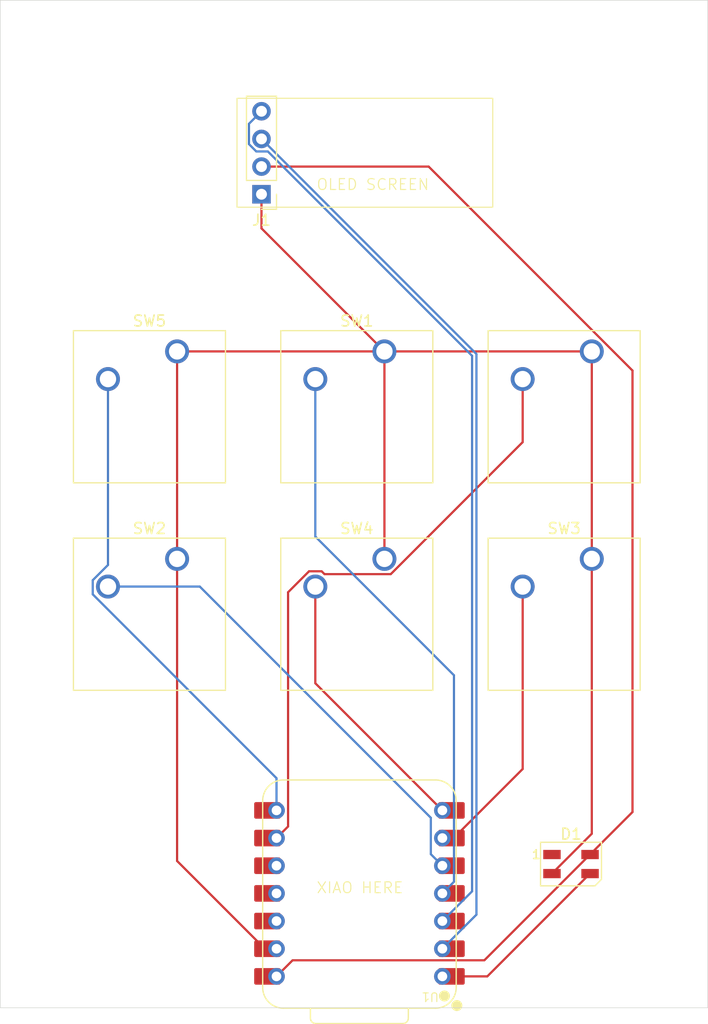
<source format=kicad_pcb>
(kicad_pcb (version 20241229) (generator "pcbnew") (generator_version "9.0")
  (layers (0 "F.Cu" signal) (2 "B.Cu" signal) (13 "F.Paste" user) (15 "B.Paste" user) (5 "F.SilkS" user "F.Silkscreen") (7 "B.SilkS" user "B.Silkscreen") (1 "F.Mask" user) (3 "B.Mask" user) (25 "Edge.Cuts" user))
  (net 0 "")
  (net 1 "GND")
  (net 3 "+5V")
  (net 4 "Net-(D1-DIN)")
  (net 5 "SCL")
  (net 6 "SDA")
  (net 7 "Net-(U1-GPIO29{slash}ADC3{slash}A3)")
  (net 8 "Net-(U1-GPIO6{slash}SDA)")
  (net 9 "Net-(U1-GPIO7{slash}SCL)")
  (net 10 "Net-(U1-GPIO0{slash}TX)")
  (net 11 "Net-(U1-GPIO1{slash}RX)")
  (net 12 "Net-(U1-GPIO2{slash}SCK)")
  (footprint "Button_Switch_Keyboard:SW_Cherry_MX_1.00u_PCB" (layer "F.Cu") (at 128.74625 68.73875)
    (property "Reference" "SW5" (at -2.54 -2.794 0) (layer "F.SilkS"))
    (property "Value" "SW_Push")
    (fp_line (start -9.525 -1.905) (end 4.445 -1.905) (stroke (width 0.12)) (layer "F.SilkS"))
    (fp_line (start -9.525 12.065) (end -9.525 -1.905) (stroke (width 0.12)) (layer "F.SilkS"))
    (fp_line (start 4.445 -1.905) (end 4.445 12.065) (stroke (width 0.12)) (layer "F.SilkS"))
    (fp_line (start 4.445 12.065) (end -9.525 12.065) (stroke (width 0.12)) (layer "F.SilkS"))
    (pad "" np_thru_hole circle (at -7.62 5.08) (size 1.7 1.7) (drill 1.7) (layers "*.Cu" "*.Mask"))
    (pad "" np_thru_hole circle (at -2.54 5.08) (size 4 4) (drill 4) (layers "*.Cu" "*.Mask"))
    (pad "" np_thru_hole circle (at 2.54 5.08) (size 1.7 1.7) (drill 1.7) (layers "*.Cu" "*.Mask"))
    (pad "1" thru_hole circle (at 0 0) (size 2.2 2.2) (drill 1.5) (layers "*.Cu" "*.Mask") (net 1 "GND"))
    (pad "2" thru_hole circle (at -6.35 2.54) (size 2.2 2.2) (drill 1.5) (layers "*.Cu" "*.Mask") (net 11 "Net-(U1-GPIO1{slash}RX)"))
  )
  (footprint "LED_SMD:LED_SK6812MINI_PLCC4_3.5x3.5mm_P1.75mm" (layer "F.Cu") (at 164.9375 115.80625)
    (property "Reference" "D1" (at 0 -2.75 0) (layer "F.SilkS"))
    (property "Value" "SK6812MINI")
    (fp_line (start -2.8 -2) (end -2.8 2) (stroke (width 0.12)) (layer "F.SilkS"))
    (fp_line (start -2.8 -2) (end 2.8 -2) (stroke (width 0.12)) (layer "F.SilkS"))
    (fp_line (start -2.8 2) (end 2.2 2) (stroke (width 0.12)) (layer "F.SilkS"))
    (fp_line (start 2.8 1.4) (end 2.2 2) (stroke (width 0.12)) (layer "F.SilkS"))
    (fp_line (start 2.8 1.4) (end 2.8 -2) (stroke (width 0.12)) (layer "F.SilkS"))
    (fp_text user "1" (at -3.2 -0.875 0) (layer "F.SilkS") (effects (font (size 0.8 0.8))))
    (pad "1" smd rect (at -1.75 -0.875) (size 1.6 0.85) (layers "F.Cu" "F.Mask" "F.Paste"))
    (pad "2" smd rect (at -1.75 0.875) (size 1.6 0.85) (layers "F.Cu" "F.Mask" "F.Paste") (net 1 "GND"))
    (pad "3" smd rect (at 1.75 0.875) (size 1.6 0.85) (layers "F.Cu" "F.Mask" "F.Paste") (net 4 "Net-(D1-DIN)"))
    (pad "4" smd rect (at 1.75 -0.875) (size 1.6 0.85) (layers "F.Cu" "F.Mask" "F.Paste") (net 3 "+5V"))
  )
  (footprint "Button_Switch_Keyboard:SW_Cherry_MX_1.00u_PCB" (layer "F.Cu") (at 128.74625 87.78875)
    (property "Reference" "SW2" (at -2.54 -2.794 0) (layer "F.SilkS"))
    (property "Value" "SW_Push")
    (fp_line (start -9.525 -1.905) (end 4.445 -1.905) (stroke (width 0.12)) (layer "F.SilkS"))
    (fp_line (start -9.525 12.065) (end -9.525 -1.905) (stroke (width 0.12)) (layer "F.SilkS"))
    (fp_line (start 4.445 -1.905) (end 4.445 12.065) (stroke (width 0.12)) (layer "F.SilkS"))
    (fp_line (start 4.445 12.065) (end -9.525 12.065) (stroke (width 0.12)) (layer "F.SilkS"))
    (pad "" np_thru_hole circle (at -7.62 5.08) (size 1.7 1.7) (drill 1.7) (layers "*.Cu" "*.Mask"))
    (pad "" np_thru_hole circle (at -2.54 5.08) (size 4 4) (drill 4) (layers "*.Cu" "*.Mask"))
    (pad "" np_thru_hole circle (at 2.54 5.08) (size 1.7 1.7) (drill 1.7) (layers "*.Cu" "*.Mask"))
    (pad "1" thru_hole circle (at 0 0) (size 2.2 2.2) (drill 1.5) (layers "*.Cu" "*.Mask") (net 1 "GND"))
    (pad "2" thru_hole circle (at -6.35 2.54) (size 2.2 2.2) (drill 1.5) (layers "*.Cu" "*.Mask") (net 8 "Net-(U1-GPIO6{slash}SDA)"))
  )
  (footprint "Button_Switch_Keyboard:SW_Cherry_MX_1.00u_PCB" (layer "F.Cu") (at 147.79625 87.78875)
    (property "Reference" "SW4" (at -2.54 -2.794 0) (layer "F.SilkS"))
    (property "Value" "SW_Push")
    (fp_line (start -9.525 -1.905) (end 4.445 -1.905) (stroke (width 0.12)) (layer "F.SilkS"))
    (fp_line (start -9.525 12.065) (end -9.525 -1.905) (stroke (width 0.12)) (layer "F.SilkS"))
    (fp_line (start 4.445 -1.905) (end 4.445 12.065) (stroke (width 0.12)) (layer "F.SilkS"))
    (fp_line (start 4.445 12.065) (end -9.525 12.065) (stroke (width 0.12)) (layer "F.SilkS"))
    (pad "" np_thru_hole circle (at -7.62 5.08) (size 1.7 1.7) (drill 1.7) (layers "*.Cu" "*.Mask"))
    (pad "" np_thru_hole circle (at -2.54 5.08) (size 4 4) (drill 4) (layers "*.Cu" "*.Mask"))
    (pad "" np_thru_hole circle (at 2.54 5.08) (size 1.7 1.7) (drill 1.7) (layers "*.Cu" "*.Mask"))
    (pad "1" thru_hole circle (at 0 0) (size 2.2 2.2) (drill 1.5) (layers "*.Cu" "*.Mask") (net 1 "GND"))
    (pad "2" thru_hole circle (at -6.35 2.54) (size 2.2 2.2) (drill 1.5) (layers "*.Cu" "*.Mask") (net 10 "Net-(U1-GPIO0{slash}TX)"))
  )
  (footprint "Seeed Studio XIAO Series Library:XIAO-RP2040-DIP" (layer "F.Cu") (at 145.5 118.5 180)
    (property "Reference" "U1" (at -6.5 -9.5 180) (layer "F.SilkS") (effects (font (size 0.8 0.8) (thickness 0.1))))
    (property "Value" "XIAO-RP2040-DIP")
    (fp_line (start 8.89 8.509) (end 8.89 -8.636) (stroke (width 0.127)) (layer "F.SilkS"))
    (fp_line (start 6.985 -10.541) (end -6.985 -10.541) (stroke (width 0.1)) (layer "F.SilkS"))
    (fp_line (start 6.985 -10.541) (end -6.985 -10.541) (stroke (width 0.127)) (layer "F.SilkS"))
    (fp_line (start 4.504 -11.451) (end 4.504 -10.541) (stroke (width 0.127)) (layer "F.SilkS"))
    (fp_line (start -3.991272 -11.951) (end 4.004 -11.951) (stroke (width 0.127)) (layer "F.SilkS"))
    (fp_line (start -4.495 -10.541) (end -4.491272 -11.451272) (stroke (width 0.127)) (layer "F.SilkS"))
    (fp_line (start -6.985 10.414) (end 6.985 10.414) (stroke (width 0.127)) (layer "F.SilkS"))
    (fp_line (start -8.89 8.509) (end -8.89 -8.636) (stroke (width 0.127)) (layer "F.SilkS"))
    (fp_arc (start 8.89 8.509) (mid 8.332038 9.856038) (end 6.985 10.414) (stroke (width 0.127)) (layer "F.SilkS"))
    (fp_arc (start 6.985 -10.541) (mid 8.332038 -9.983038) (end 8.89 -8.636) (stroke (width 0.127)) (layer "F.SilkS"))
    (fp_arc (start 4.004 -11.951) (mid 4.357553 -11.804553) (end 4.504 -11.451) (stroke (width 0.127)) (layer "F.SilkS"))
    (fp_arc (start -4.491272 -11.451272) (mid -4.344728 -11.80464) (end -3.991272 -11.951) (stroke (width 0.127)) (layer "F.SilkS"))
    (fp_arc (start -6.985 10.414) (mid -8.332038 9.856038) (end -8.89 8.509) (stroke (width 0.127)) (layer "F.SilkS"))
    (fp_arc (start -8.89 -8.636) (mid -8.332038 -9.983038) (end -6.985 -10.541) (stroke (width 0.127)) (layer "F.SilkS"))
    (fp_circle (center -7.807 -9.42) (end -7.807 -9.674) (stroke (width 0.5)) (fill yes) (layer "F.SilkS"))
    (fp_circle (center -8.95 -10.3) (end -8.95 -10.554) (stroke (width 0.5)) (fill yes) (layer "F.SilkS"))
    (pad "1" smd roundrect (at -8.455 -7.62) (size 2.432 1.524) (layers "F.Cu" "F.Mask") (roundrect_rratio 0.1) (net 4 "Net-(D1-DIN)"))
    (pad "1" thru_hole circle (at -7.62 -7.62) (size 1.524 1.524) (drill 0.889) (layers "*.Cu" "*.Mask") (net 4 "Net-(D1-DIN)"))
    (pad "2" smd roundrect (at -8.455 -5.08) (size 2.432 1.524) (layers "F.Cu" "F.Mask") (roundrect_rratio 0.1) (net 5 "SCL"))
    (pad "2" thru_hole circle (at -7.62 -5.08) (size 1.524 1.524) (drill 0.889) (layers "*.Cu" "*.Mask") (net 5 "SCL"))
    (pad "3" smd roundrect (at -8.455 -2.54) (size 2.432 1.524) (layers "F.Cu" "F.Mask") (roundrect_rratio 0.1) (net 6 "SDA"))
    (pad "3" thru_hole circle (at -7.62 -2.54) (size 1.524 1.524) (drill 0.889) (layers "*.Cu" "*.Mask") (net 6 "SDA"))
    (pad "4" smd roundrect (at -8.455 0) (size 2.432 1.524) (layers "F.Cu" "F.Mask") (roundrect_rratio 0.1) (net 7 "Net-(U1-GPIO29{slash}ADC3{slash}A3)"))
    (pad "4" thru_hole circle (at -7.62 0) (size 1.524 1.524) (drill 0.889) (layers "*.Cu" "*.Mask") (net 7 "Net-(U1-GPIO29{slash}ADC3{slash}A3)"))
    (pad "5" smd roundrect (at -8.455 2.54) (size 2.432 1.524) (layers "F.Cu" "F.Mask") (roundrect_rratio 0.1) (net 8 "Net-(U1-GPIO6{slash}SDA)"))
    (pad "5" thru_hole circle (at -7.62 2.54) (size 1.524 1.524) (drill 0.889) (layers "*.Cu" "*.Mask") (net 8 "Net-(U1-GPIO6{slash}SDA)"))
    (pad "6" smd roundrect (at -8.455 5.08) (size 2.432 1.524) (layers "F.Cu" "F.Mask") (roundrect_rratio 0.1) (net 9 "Net-(U1-GPIO7{slash}SCL)"))
    (pad "6" thru_hole circle (at -7.62 5.08) (size 1.524 1.524) (drill 0.889) (layers "*.Cu" "*.Mask") (net 9 "Net-(U1-GPIO7{slash}SCL)"))
    (pad "7" smd roundrect (at -8.455 7.62) (size 2.432 1.524) (layers "F.Cu" "F.Mask") (roundrect_rratio 0.1) (net 10 "Net-(U1-GPIO0{slash}TX)"))
    (pad "7" thru_hole circle (at -7.62 7.62) (size 1.524 1.524) (drill 0.889) (layers "*.Cu" "*.Mask") (net 10 "Net-(U1-GPIO0{slash}TX)"))
    (pad "8" thru_hole circle (at 7.62 7.62 180) (size 1.524 1.524) (drill 0.889) (layers "*.Cu" "*.Mask") (net 11 "Net-(U1-GPIO1{slash}RX)"))
    (pad "8" smd roundrect (at 8.455 7.62 180) (size 2.432 1.524) (layers "F.Cu" "F.Mask") (roundrect_rratio 0.1) (net 11 "Net-(U1-GPIO1{slash}RX)"))
    (pad "9" thru_hole circle (at 7.62 5.08 180) (size 1.524 1.524) (drill 0.889) (layers "*.Cu" "*.Mask") (net 12 "Net-(U1-GPIO2{slash}SCK)"))
    (pad "9" smd roundrect (at 8.455 5.08 180) (size 2.432 1.524) (layers "F.Cu" "F.Mask") (roundrect_rratio 0.1) (net 12 "Net-(U1-GPIO2{slash}SCK)"))
    (pad "10" thru_hole circle (at 7.62 2.54 180) (size 1.524 1.524) (drill 0.889) (layers "*.Cu" "*.Mask"))
    (pad "10" smd roundrect (at 8.455 2.54 180) (size 2.432 1.524) (layers "F.Cu" "F.Mask") (roundrect_rratio 0.1))
    (pad "11" thru_hole circle (at 7.62 0 180) (size 1.524 1.524) (drill 0.889) (layers "*.Cu" "*.Mask"))
    (pad "11" smd roundrect (at 8.455 0 180) (size 2.432 1.524) (layers "F.Cu" "F.Mask") (roundrect_rratio 0.1))
    (pad "12" thru_hole circle (at 7.62 -2.54 180) (size 1.524 1.524) (drill 0.889) (layers "*.Cu" "*.Mask"))
    (pad "12" smd roundrect (at 8.455 -2.54 180) (size 2.432 1.524) (layers "F.Cu" "F.Mask") (roundrect_rratio 0.1))
    (pad "13" thru_hole circle (at 7.62 -5.08 180) (size 1.524 1.524) (drill 0.889) (layers "*.Cu" "*.Mask") (net 1 "GND"))
    (pad "13" smd roundrect (at 8.455 -5.08 180) (size 2.432 1.524) (layers "F.Cu" "F.Mask") (roundrect_rratio 0.1) (net 1 "GND"))
    (pad "14" thru_hole circle (at 7.62 -7.62 180) (size 1.524 1.524) (drill 0.889) (layers "*.Cu" "*.Mask") (net 3 "+5V"))
    (pad "14" smd roundrect (at 8.455 -7.62 180) (size 2.432 1.524) (layers "F.Cu" "F.Mask") (roundrect_rratio 0.1) (net 3 "+5V"))
  )
  (footprint "Connector_PinHeader_2.54mm:PinHeader_1x04_P2.54mm_Vertical" (layer "F.Cu") (at 136.5 54.31 180)
    (property "Reference" "J1" (at 0 -2.38 0) (layer "F.SilkS"))
    (property "Value" "Conn_01x04")
    (fp_line (start 1.38 1.27) (end 1.38 9) (stroke (width 0.12)) (layer "F.SilkS"))
    (fp_line (start -1.38 9) (end 1.38 9) (stroke (width 0.12)) (layer "F.SilkS"))
    (fp_line (start -1.38 1.27) (end 1.38 1.27) (stroke (width 0.12)) (layer "F.SilkS"))
    (fp_line (start -1.38 1.27) (end -1.38 9) (stroke (width 0.12)) (layer "F.SilkS"))
    (fp_line (start -1.38 0) (end -1.38 -1.38) (stroke (width 0.12)) (layer "F.SilkS"))
    (fp_line (start -1.38 -1.38) (end 0 -1.38) (stroke (width 0.12)) (layer "F.SilkS"))
    (pad "1" thru_hole rect (at 0 0 180) (size 1.7 1.7) (drill 1) (layers "*.Cu" "*.Mask") (net 1 "GND"))
    (pad "2" thru_hole circle (at 0 2.54 180) (size 1.7 1.7) (drill 1) (layers "*.Cu" "*.Mask") (net 3 "+5V"))
    (pad "3" thru_hole circle (at 0 5.08 180) (size 1.7 1.7) (drill 1) (layers "*.Cu" "*.Mask") (net 5 "SCL"))
    (pad "4" thru_hole circle (at 0 7.62 180) (size 1.7 1.7) (drill 1) (layers "*.Cu" "*.Mask") (net 6 "SDA"))
  )
  (footprint "Button_Switch_Keyboard:SW_Cherry_MX_1.00u_PCB" (layer "F.Cu") (at 166.84625 68.73875)
    (property "Reference" "SW6" (hide yes))
    (property "Value" "SW_Push")
    (fp_line (start -9.525 -1.905) (end 4.445 -1.905) (stroke (width 0.12)) (layer "F.SilkS"))
    (fp_line (start -9.525 12.065) (end -9.525 -1.905) (stroke (width 0.12)) (layer "F.SilkS"))
    (fp_line (start 4.445 -1.905) (end 4.445 12.065) (stroke (width 0.12)) (layer "F.SilkS"))
    (fp_line (start 4.445 12.065) (end -9.525 12.065) (stroke (width 0.12)) (layer "F.SilkS"))
    (pad "" np_thru_hole circle (at -7.62 5.08) (size 1.7 1.7) (drill 1.7) (layers "*.Cu" "*.Mask"))
    (pad "" np_thru_hole circle (at -2.54 5.08) (size 4 4) (drill 4) (layers "*.Cu" "*.Mask"))
    (pad "" np_thru_hole circle (at 2.54 5.08) (size 1.7 1.7) (drill 1.7) (layers "*.Cu" "*.Mask"))
    (pad "1" thru_hole circle (at 0 0) (size 2.2 2.2) (drill 1.5) (layers "*.Cu" "*.Mask") (net 1 "GND"))
    (pad "2" thru_hole circle (at -6.35 2.54) (size 2.2 2.2) (drill 1.5) (layers "*.Cu" "*.Mask") (net 12 "Net-(U1-GPIO2{slash}SCK)"))
  )
  (footprint "Button_Switch_Keyboard:SW_Cherry_MX_1.00u_PCB" (layer "F.Cu") (at 166.84625 87.78875)
    (property "Reference" "SW3" (at -2.54 -2.794 0) (layer "F.SilkS"))
    (property "Value" "SW_Push")
    (fp_line (start -9.525 -1.905) (end 4.445 -1.905) (stroke (width 0.12)) (layer "F.SilkS"))
    (fp_line (start -9.525 12.065) (end -9.525 -1.905) (stroke (width 0.12)) (layer "F.SilkS"))
    (fp_line (start 4.445 -1.905) (end 4.445 12.065) (stroke (width 0.12)) (layer "F.SilkS"))
    (fp_line (start 4.445 12.065) (end -9.525 12.065) (stroke (width 0.12)) (layer "F.SilkS"))
    (pad "" np_thru_hole circle (at -7.62 5.08) (size 1.7 1.7) (drill 1.7) (layers "*.Cu" "*.Mask"))
    (pad "" np_thru_hole circle (at -2.54 5.08) (size 4 4) (drill 4) (layers "*.Cu" "*.Mask"))
    (pad "" np_thru_hole circle (at 2.54 5.08) (size 1.7 1.7) (drill 1.7) (layers "*.Cu" "*.Mask"))
    (pad "1" thru_hole circle (at 0 0) (size 2.2 2.2) (drill 1.5) (layers "*.Cu" "*.Mask") (net 1 "GND"))
    (pad "2" thru_hole circle (at -6.35 2.54) (size 2.2 2.2) (drill 1.5) (layers "*.Cu" "*.Mask") (net 9 "Net-(U1-GPIO7{slash}SCL)"))
  )
  (footprint "Button_Switch_Keyboard:SW_Cherry_MX_1.00u_PCB" (layer "F.Cu") (at 147.79625 68.73875)
    (property "Reference" "SW1" (at -2.54 -2.794 0) (layer "F.SilkS"))
    (property "Value" "SW_Push")
    (fp_line (start -9.525 -1.905) (end 4.445 -1.905) (stroke (width 0.12)) (layer "F.SilkS"))
    (fp_line (start -9.525 12.065) (end -9.525 -1.905) (stroke (width 0.12)) (layer "F.SilkS"))
    (fp_line (start 4.445 -1.905) (end 4.445 12.065) (stroke (width 0.12)) (layer "F.SilkS"))
    (fp_line (start 4.445 12.065) (end -9.525 12.065) (stroke (width 0.12)) (layer "F.SilkS"))
    (pad "" np_thru_hole circle (at -7.62 5.08) (size 1.7 1.7) (drill 1.7) (layers "*.Cu" "*.Mask"))
    (pad "" np_thru_hole circle (at -2.54 5.08) (size 4 4) (drill 4) (layers "*.Cu" "*.Mask"))
    (pad "" np_thru_hole circle (at 2.54 5.08) (size 1.7 1.7) (drill 1.7) (layers "*.Cu" "*.Mask"))
    (pad "1" thru_hole circle (at 0 0) (size 2.2 2.2) (drill 1.5) (layers "*.Cu" "*.Mask") (net 1 "GND"))
    (pad "2" thru_hole circle (at -6.35 2.54) (size 2.2 2.2) (drill 1.5) (layers "*.Cu" "*.Mask") (net 7 "Net-(U1-GPIO29{slash}ADC3{slash}A3)"))
  )
  (gr_rect (start 134.25 45.5) (end 157.75 55.5) (stroke (width 0.1)) (fill no) (layer "F.SilkS"))
  (gr_rect (start 112.5 36.5) (end 177.5 129) (stroke (width 0.05)) (fill no) (layer "Edge.Cuts"))
  (gr_text "XIAO HERE" (at 141.5 118.5635 0) (layer "F.SilkS") (effects (font (size 1 1) (thickness 0.1)) (justify left bottom)))
  (gr_text "OLED SCREEN" (at 141.5 54 0) (layer "F.SilkS") (effects (font (size 1 1) (thickness 0.1)) (justify left bottom)))
  (segment (start 147.79625 68.73875) (end 128.74625 68.73875) (width 0.2) (layer "F.Cu") (net 1))
  (segment (start 163.1875 116.68125) (end 166.84625 113.0225) (width 0.2) (layer "F.Cu") (net 1))
  (segment (start 166.84625 68.73875) (end 166.84625 87.78875) (width 0.2) (layer "F.Cu") (net 1))
  (segment (start 128.74625 115.52388) (end 136.80237 123.58) (width 0.2) (layer "F.Cu") (net 1))
  (segment (start 136.5 57.4425) (end 147.79625 68.73875) (width 0.2) (layer "F.Cu") (net 1))
  (segment (start 136.80237 123.58) (end 137.88 123.58) (width 0.2) (layer "F.Cu") (net 1))
  (segment (start 147.79625 87.78875) (end 147.79625 68.73875) (width 0.2) (layer "F.Cu") (net 1))
  (segment (start 128.74625 87.78875) (end 128.74625 115.52388) (width 0.2) (layer "F.Cu") (net 1))
  (segment (start 136.5 54.31) (end 136.5 57.4425) (width 0.2) (layer "F.Cu") (net 1))
  (segment (start 166.84625 68.73875) (end 147.79625 68.73875) (width 0.2) (layer "F.Cu") (net 1))
  (segment (start 166.84625 113.0225) (end 166.84625 87.78875) (width 0.2) (layer "F.Cu") (net 1))
  (segment (start 128.74625 68.73875) (end 128.74625 87.78875) (width 0.2) (layer "F.Cu") (net 1))
  (segment (start 166.6875 114.93125) (end 156.97575 124.643) (width 0.2) (layer "F.Cu") (net 3))
  (segment (start 170.58725 70.498436) (end 170.58725 111.0315) (width 0.2) (layer "F.Cu") (net 3))
  (segment (start 136.5 51.77) (end 151.858814 51.77) (width 0.2) (layer "F.Cu") (net 3))
  (segment (start 170.58725 111.0315) (end 166.6875 114.93125) (width 0.2) (layer "F.Cu") (net 3))
  (segment (start 156.97575 124.643) (end 139.357 124.643) (width 0.2) (layer "F.Cu") (net 3))
  (segment (start 151.858814 51.77) (end 170.58725 70.498436) (width 0.2) (layer "F.Cu") (net 3))
  (segment (start 139.357 124.643) (end 137.88 126.12) (width 0.2) (layer "F.Cu") (net 3))
  (segment (start 157.24875 126.12) (end 153.12 126.12) (width 0.2) (layer "F.Cu") (net 4))
  (segment (start 166.6875 116.68125) (end 157.24875 126.12) (width 0.2) (layer "F.Cu") (net 4))
  (segment (start 156.25 68.98) (end 156.25 120.45) (width 0.2) (layer "B.Cu") (net 5))
  (segment (start 136.5 49.23) (end 156.25 68.98) (width 0.2) (layer "B.Cu") (net 5))
  (segment (start 156.25 120.45) (end 153.12 123.58) (width 0.2) (layer "B.Cu") (net 5))
  (segment (start 135.349 47.841) (end 135.349 49.70676) (width 0.2) (layer "B.Cu") (net 6))
  (segment (start 137.0839 50.381) (end 155.849 69.1461) (width 0.2) (layer "B.Cu") (net 6))
  (segment (start 155.849 118.311) (end 153.12 121.04) (width 0.2) (layer "B.Cu") (net 6))
  (segment (start 155.849 69.1461) (end 155.849 118.311) (width 0.2) (layer "B.Cu") (net 6))
  (segment (start 136.5 46.69) (end 135.349 47.841) (width 0.2) (layer "B.Cu") (net 6))
  (segment (start 136.02324 50.381) (end 137.0839 50.381) (width 0.2) (layer "B.Cu") (net 6))
  (segment (start 135.349 49.70676) (end 136.02324 50.381) (width 0.2) (layer "B.Cu") (net 6))
  (segment (start 154.183 98.470684) (end 154.183 117.437) (width 0.2) (layer "B.Cu") (net 7))
  (segment (start 154.183 117.437) (end 153.12 118.5) (width 0.2) (layer "B.Cu") (net 7))
  (segment (start 141.44625 85.733934) (end 154.183 98.470684) (width 0.2) (layer "B.Cu") (net 7))
  (segment (start 141.44625 71.27875) (end 141.44625 85.733934) (width 0.2) (layer "B.Cu") (net 7))
  (segment (start 152.057 114.897) (end 153.12 115.96) (width 0.2) (layer "B.Cu") (net 8))
  (segment (start 130.82875 90.32875) (end 152.057 111.557) (width 0.2) (layer "B.Cu") (net 8))
  (segment (start 152.057 111.557) (end 152.057 114.897) (width 0.2) (layer "B.Cu") (net 8))
  (segment (start 122.39625 90.32875) (end 130.82875 90.32875) (width 0.2) (layer "B.Cu") (net 8))
  (segment (start 160.49625 107.08044) (end 154.15669 113.42) (width 0.2) (layer "F.Cu") (net 9))
  (segment (start 160.49625 90.32875) (end 160.49625 107.08044) (width 0.2) (layer "F.Cu") (net 9))
  (segment (start 154.15669 113.42) (end 153.12 113.42) (width 0.2) (layer "F.Cu") (net 9))
  (segment (start 141.44625 90.32875) (end 141.44625 99.20625) (width 0.2) (layer "F.Cu") (net 10))
  (segment (start 141.44625 99.20625) (end 153.12 110.88) (width 0.2) (layer "F.Cu") (net 10))
  (segment (start 122.39625 71.27875) (end 122.39625 88.347436) (width 0.2) (layer "B.Cu") (net 11))
  (segment (start 137.88 107.92403) (end 137.88 110.88) (width 0.2) (layer "B.Cu") (net 11))
  (segment (start 122.39625 88.347436) (end 120.99525 89.748436) (width 0.2) (layer "B.Cu") (net 11))
  (segment (start 120.99525 89.748436) (end 120.99525 91.03928) (width 0.2) (layer "B.Cu") (net 11))
  (segment (start 120.99525 91.03928) (end 137.88 107.92403) (width 0.2) (layer "B.Cu") (net 11))
  (segment (start 140.865936 88.92775) (end 138.943 90.850686) (width 0.2) (layer "F.Cu") (net 12))
  (segment (start 142.026564 88.92775) (end 140.865936 88.92775) (width 0.2) (layer "F.Cu") (net 12))
  (segment (start 160.49625 77.070064) (end 148.376564 89.18975) (width 0.2) (layer "F.Cu") (net 12))
  (segment (start 142.288564 89.18975) (end 142.026564 88.92775) (width 0.2) (layer "F.Cu") (net 12))
  (segment (start 148.376564 89.18975) (end 142.288564 89.18975) (width 0.2) (layer "F.Cu") (net 12))
  (segment (start 138.943 90.850686) (end 138.943 112.357) (width 0.2) (layer "F.Cu") (net 12))
  (segment (start 138.943 112.357) (end 137.88 113.42) (width 0.2) (layer "F.Cu") (net 12))
  (segment (start 160.49625 71.27875) (end 160.49625 77.070064) (width 0.2) (layer "F.Cu") (net 12))
)
</source>
